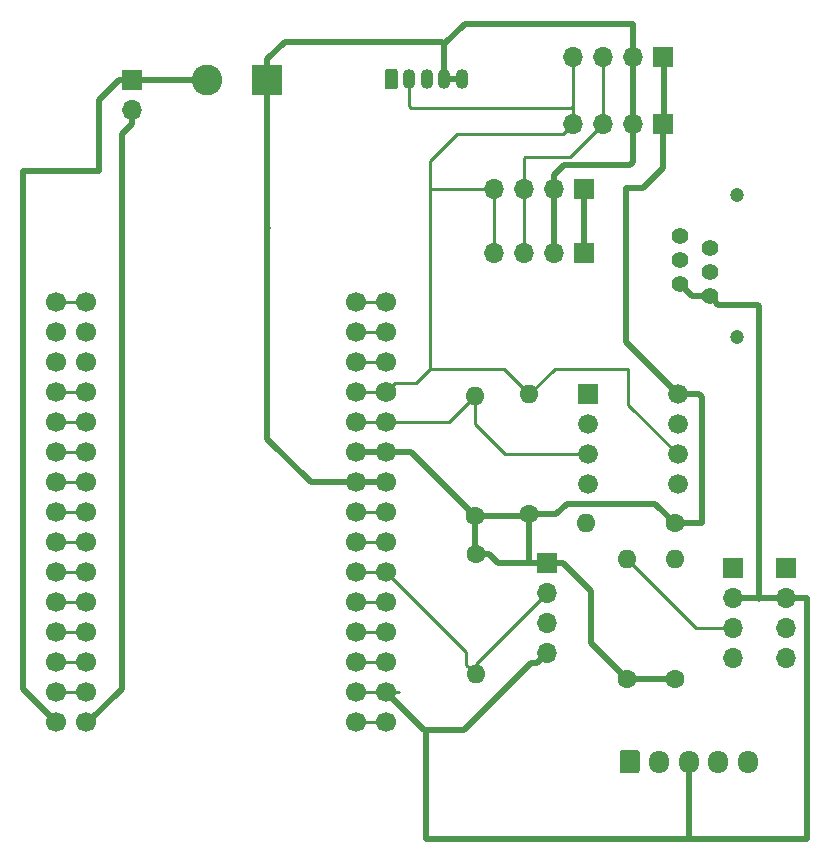
<source format=gbr>
G04 #@! TF.GenerationSoftware,KiCad,Pcbnew,(5.1.4)-1*
G04 #@! TF.CreationDate,2019-11-17T22:20:53+01:00*
G04 #@! TF.ProjectId,Airrohr_pcb,41697272-6f68-4725-9f70-63622e6b6963,rev?*
G04 #@! TF.SameCoordinates,Original*
G04 #@! TF.FileFunction,Copper,L2,Bot*
G04 #@! TF.FilePolarity,Positive*
%FSLAX46Y46*%
G04 Gerber Fmt 4.6, Leading zero omitted, Abs format (unit mm)*
G04 Created by KiCad (PCBNEW (5.1.4)-1) date 2019-11-17 22:20:53*
%MOMM*%
%LPD*%
G04 APERTURE LIST*
%ADD10O,1.700000X1.700000*%
%ADD11R,1.700000X1.700000*%
%ADD12C,1.400000*%
%ADD13C,1.200000*%
%ADD14O,1.700000X1.950000*%
%ADD15C,0.100000*%
%ADD16C,1.700000*%
%ADD17C,1.740000*%
%ADD18O,1.600000X1.600000*%
%ADD19C,1.600000*%
%ADD20C,1.676400*%
%ADD21R,1.676400X1.676400*%
%ADD22O,1.100000X1.700000*%
%ADD23C,1.100000*%
%ADD24C,2.600000*%
%ADD25R,2.600000X2.600000*%
%ADD26C,0.250000*%
%ADD27C,0.500000*%
G04 APERTURE END LIST*
D10*
X205536800Y-71958200D03*
X205536800Y-69418200D03*
X205536800Y-66878200D03*
D11*
X205536800Y-64338200D03*
D10*
X200990200Y-71983600D03*
X200990200Y-69443600D03*
X200990200Y-66903600D03*
D11*
X200990200Y-64363600D03*
D12*
X196543800Y-36261200D03*
X199083800Y-37281200D03*
X196543800Y-38301200D03*
X199083800Y-39321200D03*
X196543800Y-40341200D03*
X199083800Y-41361200D03*
D13*
X201383800Y-44811200D03*
X201383800Y-32811200D03*
D14*
X202278000Y-80772000D03*
X199778000Y-80772000D03*
X197278000Y-80772000D03*
X194778000Y-80772000D03*
D15*
G36*
X192902504Y-79798204D02*
G01*
X192926773Y-79801804D01*
X192950571Y-79807765D01*
X192973671Y-79816030D01*
X192995849Y-79826520D01*
X193016893Y-79839133D01*
X193036598Y-79853747D01*
X193054777Y-79870223D01*
X193071253Y-79888402D01*
X193085867Y-79908107D01*
X193098480Y-79929151D01*
X193108970Y-79951329D01*
X193117235Y-79974429D01*
X193123196Y-79998227D01*
X193126796Y-80022496D01*
X193128000Y-80047000D01*
X193128000Y-81497000D01*
X193126796Y-81521504D01*
X193123196Y-81545773D01*
X193117235Y-81569571D01*
X193108970Y-81592671D01*
X193098480Y-81614849D01*
X193085867Y-81635893D01*
X193071253Y-81655598D01*
X193054777Y-81673777D01*
X193036598Y-81690253D01*
X193016893Y-81704867D01*
X192995849Y-81717480D01*
X192973671Y-81727970D01*
X192950571Y-81736235D01*
X192926773Y-81742196D01*
X192902504Y-81745796D01*
X192878000Y-81747000D01*
X191678000Y-81747000D01*
X191653496Y-81745796D01*
X191629227Y-81742196D01*
X191605429Y-81736235D01*
X191582329Y-81727970D01*
X191560151Y-81717480D01*
X191539107Y-81704867D01*
X191519402Y-81690253D01*
X191501223Y-81673777D01*
X191484747Y-81655598D01*
X191470133Y-81635893D01*
X191457520Y-81614849D01*
X191447030Y-81592671D01*
X191438765Y-81569571D01*
X191432804Y-81545773D01*
X191429204Y-81521504D01*
X191428000Y-81497000D01*
X191428000Y-80047000D01*
X191429204Y-80022496D01*
X191432804Y-79998227D01*
X191438765Y-79974429D01*
X191447030Y-79951329D01*
X191457520Y-79929151D01*
X191470133Y-79908107D01*
X191484747Y-79888402D01*
X191501223Y-79870223D01*
X191519402Y-79853747D01*
X191539107Y-79839133D01*
X191560151Y-79826520D01*
X191582329Y-79816030D01*
X191605429Y-79807765D01*
X191629227Y-79801804D01*
X191653496Y-79798204D01*
X191678000Y-79797000D01*
X192878000Y-79797000D01*
X192902504Y-79798204D01*
X192902504Y-79798204D01*
G37*
D16*
X192278000Y-80772000D03*
D10*
X187452000Y-26797000D03*
X189992000Y-26797000D03*
X192532000Y-26797000D03*
D11*
X195072000Y-26797000D03*
D10*
X187452000Y-21082000D03*
X189992000Y-21082000D03*
X192532000Y-21082000D03*
D11*
X195072000Y-21082000D03*
D16*
X169138600Y-44399200D03*
X169138600Y-49479200D03*
X169138600Y-46939200D03*
X169138600Y-67259200D03*
X169138600Y-64719200D03*
X169138600Y-59639200D03*
X169138600Y-62179200D03*
X169138600Y-77419200D03*
X169138600Y-57099200D03*
X169138600Y-52019200D03*
X169138600Y-54559200D03*
X169138600Y-69799200D03*
X169138600Y-74879200D03*
X169138600Y-72339200D03*
X169138600Y-41859200D03*
X146278600Y-77419200D03*
X146278600Y-74879200D03*
X146278600Y-72339200D03*
X146278600Y-69799200D03*
X146278600Y-67259200D03*
X146278600Y-64719200D03*
X146278600Y-62179200D03*
X146278600Y-59639200D03*
X146278600Y-57099200D03*
X146278600Y-54559200D03*
X146278600Y-52019200D03*
X146278600Y-49479200D03*
X146278600Y-46939200D03*
X146278600Y-44399200D03*
X146278600Y-41859200D03*
X171653200Y-41833800D03*
X171653200Y-44373800D03*
X171653200Y-46913800D03*
D17*
X171653200Y-49453800D03*
D16*
X171653200Y-51993800D03*
X171653200Y-54533800D03*
X171653200Y-57073800D03*
X171653200Y-59613800D03*
X171653200Y-62153800D03*
X171653200Y-64693800D03*
X171653200Y-67233800D03*
X171653200Y-69773800D03*
X171653200Y-72313800D03*
X171653200Y-74853800D03*
X171653200Y-77393800D03*
X143713200Y-77393800D03*
X143713200Y-74853800D03*
X143713200Y-72313800D03*
X143713200Y-69773800D03*
X143713200Y-67233800D03*
X143713200Y-64693800D03*
X143713200Y-62153800D03*
X143713200Y-59613800D03*
X143713200Y-57073800D03*
X143713200Y-54533800D03*
X143713200Y-51993800D03*
X143713200Y-49453800D03*
X143713200Y-46913800D03*
X143713200Y-44373800D03*
X143713200Y-41833800D03*
D10*
X180797200Y-37693600D03*
X183337200Y-37693600D03*
X185877200Y-37693600D03*
D11*
X188417200Y-37693600D03*
D10*
X180797200Y-32308800D03*
X183337200Y-32308800D03*
X185877200Y-32308800D03*
D11*
X188417200Y-32308800D03*
D18*
X188588000Y-60579000D03*
D19*
X196088000Y-60579000D03*
D20*
X196342000Y-49657000D03*
X196342000Y-52197000D03*
X196342000Y-54737000D03*
X196342000Y-57277000D03*
X188722000Y-57277000D03*
X188722000Y-54737000D03*
X188722000Y-52197000D03*
D21*
X188722000Y-49657000D03*
D22*
X178085000Y-22987000D03*
X176585000Y-22987000D03*
X175085000Y-22987000D03*
X173585000Y-22987000D03*
D15*
G36*
X172489149Y-22137779D02*
G01*
X172504846Y-22140107D01*
X172520239Y-22143963D01*
X172535180Y-22149309D01*
X172549525Y-22156093D01*
X172563136Y-22164251D01*
X172575881Y-22173704D01*
X172587639Y-22184361D01*
X172598296Y-22196119D01*
X172607749Y-22208864D01*
X172615907Y-22222475D01*
X172622691Y-22236820D01*
X172628037Y-22251761D01*
X172631893Y-22267154D01*
X172634221Y-22282851D01*
X172635000Y-22298700D01*
X172635000Y-23675300D01*
X172634221Y-23691149D01*
X172631893Y-23706846D01*
X172628037Y-23722239D01*
X172622691Y-23737180D01*
X172615907Y-23751525D01*
X172607749Y-23765136D01*
X172598296Y-23777881D01*
X172587639Y-23789639D01*
X172575881Y-23800296D01*
X172563136Y-23809749D01*
X172549525Y-23817907D01*
X172535180Y-23824691D01*
X172520239Y-23830037D01*
X172504846Y-23833893D01*
X172489149Y-23836221D01*
X172473300Y-23837000D01*
X171696700Y-23837000D01*
X171680851Y-23836221D01*
X171665154Y-23833893D01*
X171649761Y-23830037D01*
X171634820Y-23824691D01*
X171620475Y-23817907D01*
X171606864Y-23809749D01*
X171594119Y-23800296D01*
X171582361Y-23789639D01*
X171571704Y-23777881D01*
X171562251Y-23765136D01*
X171554093Y-23751525D01*
X171547309Y-23737180D01*
X171541963Y-23722239D01*
X171538107Y-23706846D01*
X171535779Y-23691149D01*
X171535000Y-23675300D01*
X171535000Y-22298700D01*
X171535779Y-22282851D01*
X171538107Y-22267154D01*
X171541963Y-22251761D01*
X171547309Y-22236820D01*
X171554093Y-22222475D01*
X171562251Y-22208864D01*
X171571704Y-22196119D01*
X171582361Y-22184361D01*
X171594119Y-22173704D01*
X171606864Y-22164251D01*
X171620475Y-22156093D01*
X171634820Y-22149309D01*
X171649761Y-22143963D01*
X171665154Y-22140107D01*
X171680851Y-22137779D01*
X171696700Y-22137000D01*
X172473300Y-22137000D01*
X172489149Y-22137779D01*
X172489149Y-22137779D01*
G37*
D23*
X172085000Y-22987000D03*
D18*
X196088000Y-63627000D03*
D19*
X196088000Y-73787000D03*
D18*
X192024000Y-63627000D03*
D19*
X192024000Y-73787000D03*
D18*
X179197000Y-49784000D03*
D19*
X179197000Y-59944000D03*
D18*
X183769000Y-49657000D03*
D19*
X183769000Y-59817000D03*
D18*
X179247800Y-73380600D03*
D19*
X179247800Y-63220600D03*
D10*
X185267600Y-71577200D03*
X185267600Y-69037200D03*
X185267600Y-66497200D03*
D11*
X185267600Y-63957200D03*
D10*
X150114000Y-25603200D03*
D11*
X150114000Y-23063200D03*
D24*
X156514800Y-23088600D03*
D25*
X161594800Y-23088600D03*
D26*
X171627800Y-41859200D02*
X171653200Y-41833800D01*
X169138600Y-41859200D02*
X171627800Y-41859200D01*
X171627800Y-59639200D02*
X171653200Y-59613800D01*
X169138600Y-59639200D02*
X171627800Y-59639200D01*
X171627800Y-62179200D02*
X171653200Y-62153800D01*
X169138600Y-62179200D02*
X171627800Y-62179200D01*
X169138600Y-67259200D02*
X172161200Y-67259200D01*
X172135800Y-67233800D02*
X171653200Y-67233800D01*
X172161200Y-67259200D02*
X172135800Y-67233800D01*
X171627800Y-69799200D02*
X171653200Y-69773800D01*
X169138600Y-69799200D02*
X171627800Y-69799200D01*
X171627800Y-72339200D02*
X171653200Y-72313800D01*
X169138600Y-72339200D02*
X171627800Y-72339200D01*
X146253200Y-72313800D02*
X146278600Y-72339200D01*
X143713200Y-72313800D02*
X146253200Y-72313800D01*
X146253200Y-69773800D02*
X146278600Y-69799200D01*
X143713200Y-69773800D02*
X146253200Y-69773800D01*
X146253200Y-62153800D02*
X146278600Y-62179200D01*
X143713200Y-62153800D02*
X146253200Y-62153800D01*
X146253200Y-59613800D02*
X146278600Y-59639200D01*
X143713200Y-59613800D02*
X146253200Y-59613800D01*
X146253200Y-57073800D02*
X146278600Y-57099200D01*
X143713200Y-57073800D02*
X146253200Y-57073800D01*
X146253200Y-54533800D02*
X146278600Y-54559200D01*
X143713200Y-54533800D02*
X146253200Y-54533800D01*
X146253200Y-51993800D02*
X146278600Y-52019200D01*
X143713200Y-51993800D02*
X146253200Y-51993800D01*
X146253200Y-49453800D02*
X146278600Y-49479200D01*
X143713200Y-49453800D02*
X146253200Y-49453800D01*
X146253200Y-41833800D02*
X146278600Y-41859200D01*
X143713200Y-41833800D02*
X146253200Y-41833800D01*
X171627800Y-57099200D02*
X171653200Y-57073800D01*
D27*
X169138600Y-57099200D02*
X171627800Y-57099200D01*
D26*
X171627800Y-74879200D02*
X171653200Y-74853800D01*
X169138600Y-74879200D02*
X171627800Y-74879200D01*
X146253200Y-74853800D02*
X146278600Y-74879200D01*
X143713200Y-74853800D02*
X146253200Y-74853800D01*
X146253200Y-64693800D02*
X146278600Y-64719200D01*
X143713200Y-64693800D02*
X146253200Y-64693800D01*
X168986200Y-57099200D02*
X169138600Y-57099200D01*
X171653200Y-74853800D02*
X172730830Y-74853800D01*
D27*
X175006000Y-78206600D02*
X175006000Y-87274400D01*
X175006000Y-87274400D02*
X185013600Y-87274400D01*
D26*
X184912000Y-87274400D02*
X185013600Y-87274400D01*
D27*
X184417601Y-72427199D02*
X183909601Y-72427199D01*
X185267600Y-71577200D02*
X184417601Y-72427199D01*
X178282600Y-78054200D02*
X174853600Y-78054200D01*
X183909601Y-72427199D02*
X178282600Y-78054200D01*
X171653200Y-74853800D02*
X174853600Y-78054200D01*
D26*
X174853600Y-78054200D02*
X175006000Y-78206600D01*
D27*
X178085000Y-22987000D02*
X176585000Y-22987000D01*
X176585000Y-20011000D02*
X176585000Y-22987000D01*
X161594800Y-23088600D02*
X161594800Y-21288600D01*
X161594800Y-21288600D02*
X163071400Y-19812000D01*
X176386000Y-19812000D02*
X176585000Y-20011000D01*
X163071400Y-19812000D02*
X176386000Y-19812000D01*
X161594800Y-23088600D02*
X161594800Y-35610800D01*
X161594800Y-35610800D02*
X161594800Y-49707800D01*
X161645600Y-35560000D02*
X161594800Y-35610800D01*
X169138600Y-57099200D02*
X165277800Y-57099200D01*
X161594800Y-53416200D02*
X161594800Y-49707800D01*
X165277800Y-57099200D02*
X161594800Y-53416200D01*
X176585000Y-20011000D02*
X178308000Y-18288000D01*
X178308000Y-18288000D02*
X192532000Y-18288000D01*
X192659000Y-26670000D02*
X192532000Y-26797000D01*
X192532000Y-22284081D02*
X192532000Y-26797000D01*
X192532000Y-21082000D02*
X192532000Y-22284081D01*
X192532000Y-21082000D02*
X192532000Y-18288000D01*
X185013600Y-87274400D02*
X193700400Y-87274400D01*
X197278000Y-87125800D02*
X197129400Y-87274400D01*
X197278000Y-80772000D02*
X197278000Y-87125800D01*
X193700400Y-87274400D02*
X197129400Y-87274400D01*
X185877200Y-36491519D02*
X185877200Y-32308800D01*
X185877200Y-37693600D02*
X185877200Y-36491519D01*
X192532000Y-30022800D02*
X192532000Y-26797000D01*
X192278000Y-30276800D02*
X192532000Y-30022800D01*
X186707119Y-30276800D02*
X192278000Y-30276800D01*
X185877200Y-32308800D02*
X185877200Y-31106719D01*
X185877200Y-31106719D02*
X186707119Y-30276800D01*
X207289400Y-87274400D02*
X197129400Y-87274400D01*
X207264000Y-87249000D02*
X207289400Y-87274400D01*
X205486000Y-66929000D02*
X207264000Y-66929000D01*
X207264000Y-66929000D02*
X207264000Y-87249000D01*
X197243799Y-41041199D02*
X197251199Y-41041199D01*
X196543800Y-40341200D02*
X197243799Y-41041199D01*
X197571200Y-41361200D02*
X199083800Y-41361200D01*
X197251199Y-41041199D02*
X197571200Y-41361200D01*
X199083800Y-41361200D02*
X199783799Y-42061199D01*
X203250800Y-42214800D02*
X203250800Y-66954400D01*
X201041000Y-66929000D02*
X203403200Y-66929000D01*
X203403200Y-66929000D02*
X205486000Y-66929000D01*
X203097199Y-42061199D02*
X203250800Y-42214800D01*
X199783799Y-42061199D02*
X203097199Y-42061199D01*
D26*
X171627800Y-54559200D02*
X171653200Y-54533800D01*
D27*
X169138600Y-54559200D02*
X171627800Y-54559200D01*
D26*
X171627800Y-77419200D02*
X171653200Y-77393800D01*
X169138600Y-77419200D02*
X171627800Y-77419200D01*
X146253200Y-67233800D02*
X146278600Y-67259200D01*
X143713200Y-67233800D02*
X146253200Y-67233800D01*
X184531000Y-63220600D02*
X185267600Y-63957200D01*
X179247800Y-62128400D02*
X179247800Y-63220600D01*
D27*
X173786800Y-54533800D02*
X179197000Y-59944000D01*
X171653200Y-54533800D02*
X173786800Y-54533800D01*
D26*
X179197000Y-63169800D02*
X179247800Y-63220600D01*
D27*
X179197000Y-59944000D02*
X179197000Y-63169800D01*
D26*
X183642000Y-59944000D02*
X183769000Y-59817000D01*
D27*
X179197000Y-59944000D02*
X183642000Y-59944000D01*
X192024000Y-73787000D02*
X196088000Y-73787000D01*
X196215000Y-60579000D02*
X198374000Y-60579000D01*
X198374000Y-60579000D02*
X198374000Y-49911000D01*
X198120000Y-49657000D02*
X196342000Y-49657000D01*
X198374000Y-49911000D02*
X198120000Y-49657000D01*
X186617600Y-63957200D02*
X188976000Y-66315600D01*
X185267600Y-63957200D02*
X186617600Y-63957200D01*
X188976000Y-70739000D02*
X192024000Y-73787000D01*
X188976000Y-66315600D02*
X188976000Y-70739000D01*
X183769000Y-59817000D02*
X186055000Y-59817000D01*
X186055000Y-59817000D02*
X186944000Y-58928000D01*
X194437000Y-58928000D02*
X196088000Y-60579000D01*
X186944000Y-58928000D02*
X194437000Y-58928000D01*
X195199000Y-26670000D02*
X195072000Y-26797000D01*
X195199000Y-21082000D02*
X195199000Y-26670000D01*
X181115770Y-63957200D02*
X185267600Y-63957200D01*
X179247800Y-63220600D02*
X180379170Y-63220600D01*
X180379170Y-63220600D02*
X181115770Y-63957200D01*
X183917600Y-63957200D02*
X185267600Y-63957200D01*
X183769000Y-63808600D02*
X183917600Y-63957200D01*
X183769000Y-59817000D02*
X183769000Y-63808600D01*
X196342000Y-49657000D02*
X191947800Y-45262800D01*
X191947800Y-45262800D02*
X191947800Y-32181800D01*
X195072000Y-30530800D02*
X195072000Y-26797000D01*
X192024000Y-32156400D02*
X193446400Y-32156400D01*
X193446400Y-32156400D02*
X195072000Y-30530800D01*
D26*
X150139400Y-23088600D02*
X150114000Y-23063200D01*
D27*
X156514800Y-23088600D02*
X150139400Y-23088600D01*
X140893800Y-74574400D02*
X143713200Y-77393800D01*
X140893800Y-30784800D02*
X140893800Y-74574400D01*
X147320000Y-30784800D02*
X140893800Y-30784800D01*
X147320000Y-24757200D02*
X147320000Y-30784800D01*
X149014000Y-23063200D02*
X147320000Y-24757200D01*
X150114000Y-23063200D02*
X149014000Y-23063200D01*
D26*
X171627800Y-44399200D02*
X171653200Y-44373800D01*
X169138600Y-44399200D02*
X171627800Y-44399200D01*
X171627800Y-46939200D02*
X171653200Y-46913800D01*
X169138600Y-46939200D02*
X171627800Y-46939200D01*
X200449200Y-81049400D02*
X200449200Y-80924400D01*
D27*
X150114000Y-26805281D02*
X149275800Y-27643481D01*
X150114000Y-25603200D02*
X150114000Y-26805281D01*
D26*
X146431000Y-77419200D02*
X146278600Y-77419200D01*
D27*
X149275800Y-74574400D02*
X146431000Y-77419200D01*
X149275800Y-27643481D02*
X149275800Y-74574400D01*
X188417200Y-36343600D02*
X188417200Y-32308800D01*
X188417200Y-37693600D02*
X188417200Y-36343600D01*
D26*
X171627800Y-64719200D02*
X171653200Y-64693800D01*
X169138600Y-64719200D02*
X171627800Y-64719200D01*
X179247800Y-72517000D02*
X179247800Y-73380600D01*
X185267600Y-66497200D02*
X179247800Y-72517000D01*
X172415199Y-65455799D02*
X171653200Y-64693800D01*
X178447801Y-71488401D02*
X172415199Y-65455799D01*
X178447801Y-72580601D02*
X178447801Y-71488401D01*
X179247800Y-73380600D02*
X178447801Y-72580601D01*
X171627800Y-49479200D02*
X171653200Y-49453800D01*
X169138600Y-49479200D02*
X171627800Y-49479200D01*
X172415199Y-48691801D02*
X174193199Y-48691801D01*
X171653200Y-49453800D02*
X172415199Y-48691801D01*
X174193199Y-48691801D02*
X175387000Y-47498000D01*
X181610000Y-47498000D02*
X183769000Y-49657000D01*
X183769000Y-49657000D02*
X185928000Y-47498000D01*
X192151000Y-50546000D02*
X196342000Y-54737000D01*
X192151000Y-47498000D02*
X192151000Y-50546000D01*
X175387000Y-47498000D02*
X179197000Y-47498000D01*
X179197000Y-47498000D02*
X181610000Y-47498000D01*
X182499000Y-25400000D02*
X173736000Y-25400000D01*
X173585000Y-25249000D02*
X173585000Y-22987000D01*
X173736000Y-25400000D02*
X173585000Y-25249000D01*
X185928000Y-47498000D02*
X187452000Y-47498000D01*
X187452000Y-47498000D02*
X192151000Y-47498000D01*
X187452000Y-21082000D02*
X187452000Y-22284081D01*
X183896000Y-25400000D02*
X183769000Y-25400000D01*
X183769000Y-25400000D02*
X182499000Y-25400000D01*
X187452000Y-26797000D02*
X187452000Y-25594919D01*
X187325000Y-25400000D02*
X187452000Y-25273000D01*
X183769000Y-25400000D02*
X187325000Y-25400000D01*
X187452000Y-22284081D02*
X187452000Y-25273000D01*
X187452000Y-25273000D02*
X187452000Y-26797000D01*
X186602001Y-27646999D02*
X177635801Y-27646999D01*
X187452000Y-26797000D02*
X186602001Y-27646999D01*
X177635801Y-27646999D02*
X175387000Y-29895800D01*
X180797200Y-36491519D02*
X180797200Y-32308800D01*
X180797200Y-37693600D02*
X180797200Y-36491519D01*
X175412400Y-32308800D02*
X175387000Y-32334200D01*
X180797200Y-32308800D02*
X175412400Y-32308800D01*
X175387000Y-29895800D02*
X175387000Y-32334200D01*
X175387000Y-32334200D02*
X175387000Y-47498000D01*
X171627800Y-52019200D02*
X171653200Y-51993800D01*
X169138600Y-52019200D02*
X171627800Y-52019200D01*
X176987200Y-51993800D02*
X179197000Y-49784000D01*
X171653200Y-51993800D02*
X176987200Y-51993800D01*
X179197000Y-49784000D02*
X179197000Y-52197000D01*
X181737000Y-54737000D02*
X181864000Y-54737000D01*
X179197000Y-52197000D02*
X181737000Y-54737000D01*
X188722000Y-54737000D02*
X181864000Y-54737000D01*
X181864000Y-54737000D02*
X181610000Y-54737000D01*
X189992000Y-21082000D02*
X189992000Y-26797000D01*
X183337200Y-37693600D02*
X183337200Y-32308800D01*
X183337200Y-29667200D02*
X183337200Y-32308800D01*
X183438800Y-29565600D02*
X183337200Y-29667200D01*
X189992000Y-26797000D02*
X187223400Y-29565600D01*
X187223400Y-29565600D02*
X183438800Y-29565600D01*
X197866000Y-69469000D02*
X192024000Y-63627000D01*
X201041000Y-69469000D02*
X197866000Y-69469000D01*
M02*

</source>
